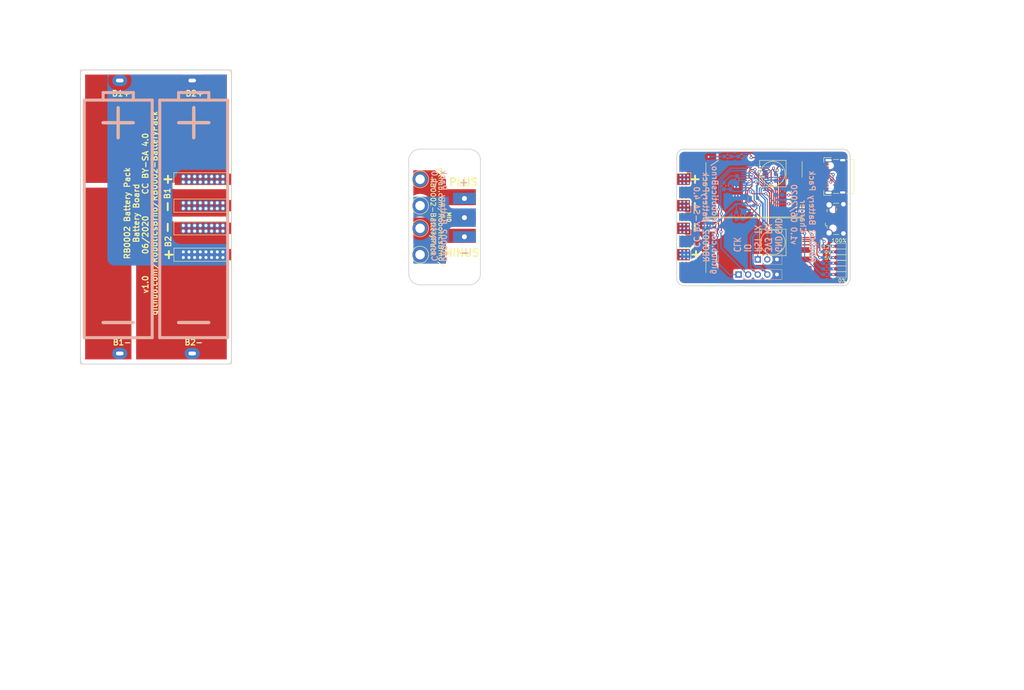
<source format=kicad_pcb>
(kicad_pcb (version 20221018) (generator pcbnew)
  (layers (0 "F.Cu" signal) (31 "B.Cu" signal) (34 "B.Paste" user) (35 "F.Paste" user) (36 "B.SilkS" user "B.Silkscreen") (37 "F.SilkS" user "F.Silkscreen") (38 "B.Mask" user) (39 "F.Mask" user) (44 "Edge.Cuts" user))
  (net 0 "")
  (net 1 "+3V3")
  (net 2 "GND")
  (net 3 "VBUS")
  (net 4 "Net-(D1-Pad2)")
  (net 5 "Net-(D2-Pad2)")
  (net 6 "Net-(D3-Pad2)")
  (net 7 "D+")
  (net 8 "D-")
  (net 9 "RST")
  (net 10 "SWCLK")
  (net 11 "SWDIO")
  (net 12 "RX")
  (net 13 "TX")
  (net 14 "Net-(J14-Pad1)")
  (net 15 "Net-(J16-Pad1)")
  (net 16 "Net-(R5-Pad1)")
  (net 17 "Net-(R6-Pad1)")
  (net 18 "Net-(R7-Pad1)")
  (net 19 "/VBUS_SENSE")
  (net 20 "/OUT+")
  (net 21 "/MID")
  (net 22 "/OUT-")
  (net 23 "/BP_B2+")
  (net 24 "/BP_B2-")
  (net 25 "/BP_B1-")
  (net 26 "/BP_B1+")
  (net 27 "BAT1+")
  (net 28 "Net-(D4-Pad2)")
  (net 29 "Net-(D5-Pad2)")
  (net 30 "Net-(D6-Pad2)")
  (net 31 "BAT2+")
  (net 32 "BAT2_V")
  (net 33 "BAT1_V")
  (net 34 "Net-(R14-Pad1)")
  (net 35 "Net-(R15-Pad1)")
  (net 36 "Net-(R16-Pad1)")
  (footprint "Connector_USB:USB_Micro-B_Wuerth_629105150521_CircularHoles" (layer "F.Cu") (at 230.25 70.5 90)
    (fp_text reference "J1" hide)
    (fp_text value "Mirco USB")
  )
  (footprint "batteryPack:2mm_Banana-Socket" (layer "F.Cu") (at 70 80 -90)
    (fp_text reference "J9" hide)
    (fp_text value "B2+")
  )
  (footprint "batteryPack:2mm_Banana-Socket" (layer "F.Cu") (at 70 60 -90)
    (fp_text reference "J10" hide)
    (fp_text value "B1+")
  )
  (footprint "batteryPack:2mm_Banana-Socket" (layer "F.Cu") (at 70 67 -90)
    (fp_text reference "J11" hide)
    (fp_text value "B1-")
  )
  (footprint "batteryPack:2mm_Banana-Socket" (layer "F.Cu") (at 70 73 -90)
    (fp_text reference "J12" hide)
    (fp_text value "B2-")
  )
  (footprint "batteryPack:USB_C_Female-16Pin-HPJF" (layer "F.Cu") (at 227.25 59.25 90)
    (fp_text reference "P1" hide)
    (fp_text value "USB-C")
  )
  (footprint "batteryPack:TP5100-Module" (layer "F.Cu") (at 208.5 79.25 180)
    (fp_text reference "U4" hide)
    (fp_text value "TP5100-Module")
  )
  (footprint "batteryPack:2mm_Banana-Vertical" (layer "F.Cu") (at 120 67)
    (fp_text reference "J3" hide)
    (fp_text value "B1-")
  )
  (footprint "batteryPack:2mm_Banana-Vertical" (layer "F.Cu") (at 120 80)
    (fp_text reference "J5" hide)
    (fp_text value "B2+")
  )
  (footprint "MountingHole:MountingHole_3.2mm_M3" (layer "F.Cu") (at 129 56)
    (fp_text reference "H1" hide)
    (fp_text value "MountingHole")
  )
  (footprint "MountingHole:MountingHole_3.2mm_M3" (layer "F.Cu") (at 129 84)
    (fp_text reference "H2" hide)
    (fp_text value "MountingHole")
  )
  (footprint "batteryPack:Terminal_1x03_P5.08mm_Horizontal" (layer "F.Cu") (at 131.75 75.25 90)
    (fp_text reference "J6" hide)
    (fp_text value "CableConnector")
  )
  (footprint "batteryPack:2mm_Banana-Vertical" (layer "F.Cu") (at 120 73)
    (fp_text reference "J4" hide)
    (fp_text value "B2-")
  )
  (footprint "batteryPack:2mm_Banana-Vertical" (layer "F.Cu") (at 120 60)
    (fp_text reference "J2" hide)
    (fp_text value "B1+")
  )
  (footprint "batteryPack:TP5100-Module" (layer "F.Cu") (at 208.5 61 180)
    (fp_text reference "U1" hide)
    (fp_text value "TP5100-Module")
  )
  (footprint "LED_SMD:LED_0603_1608Metric_Pad1.05x0.95mm_HandSolder" (layer "F.Cu") (at 231.25 77.75 180)
    (fp_text reference "D3" hide)
    (fp_text value "LED_12V")
  )
  (footprint "batteryPack:2mm_Banana-Plug" (layer "F.Cu") (at 188 67 90)
    (fp_text reference "J14" hide)
    (fp_text value "B1-")
  )
  (footprint "batteryPack:2mm_Banana-Plug" (layer "F.Cu") (at 188 60 90)
    (fp_text reference "J13" hide)
    (fp_text value "B1+")
  )
  (footprint "batteryPack:2mm_Banana-Plug" (layer "F.Cu") (at 188 73 90)
    (fp_text reference "J16" hide)
    (fp_text value "B2-")
  )
  (footprint "batteryPack:2mm_Banana-Plug" (layer "F.Cu") (at 188 80 90)
    (fp_text reference "J15" hide)
    (fp_text value "B2+")
  )
  (footprint "LED_SMD:LED_0603_1608Metric_Pad1.05x0.95mm_HandSolder" (layer "F.Cu") (at 231.25 79.25 180)
    (fp_text reference "D2" hide)
    (fp_text value "LED_9V")
  )
  (footprint "LED_SMD:LED_0603_1608Metric_Pad1.05x0.95mm_HandSolder" (layer "F.Cu") (at 231.25 82.25 180)
    (fp_text reference "D4" hide)
    (fp_text value "LED_40%")
  )
  (footprint "LED_SMD:LED_0603_1608Metric_Pad1.05x0.95mm_HandSolder" (layer "F.Cu") (at 231.25 83.75 180)
    (fp_text reference "D5" hide)
    (fp_text value "LED_20%")
  )
  (footprint "LED_SMD:LED_0603_1608Metric_Pad1.05x0.95mm_HandSolder" (layer "F.Cu") (at 231.25 85.25 180)
    (fp_text reference "D6" hide)
    (fp_text value "LED_0%")
  )
  (footprint "LED_SMD:LED_0603_1608Metric_Pad1.05x0.95mm_HandSolder" (layer "F.Cu") (at 231.25 80.75 180)
    (fp_text reference "D1" hide)
    (fp_text value "LED_5V")
  )
  (footprint "batteryPack:BAT_BK-18650-PC4" (layer "B.Cu") (at 50 70 -90)
    (fp_text reference "BT1" hide)
    (fp_text value "BK-18650-PC4")
  )
  (footprint "Capacitor_SMD:C_0603_1608Metric_Pad1.05x0.95mm_HandSolder" (layer "B.Cu") (at 204 60 90)
    (fp_text reference "C1" hide)
    (fp_text value "470n")
  )
  (footprint "Capacitor_SMD:C_0603_1608Metric_Pad1.05x0.95mm_HandSolder" (layer "B.Cu") (at 205.75 65.75 -90)
    (fp_text reference "C2" hide)
    (fp_text value "470n")
  )
  (footprint "Connector_PinHeader_2.54mm:PinHeader_1x05_P2.54mm_Vertical" (layer "B.Cu") (at 204.42 85.25 -90)
    (fp_text reference "J7" hide)
    (fp_text value "SWD")
  )
  (footprint "Connector_PinHeader_2.54mm:PinHeader_1x03_P2.54mm_Vertical" (layer "B.Cu") (at 209.5 81.25 -90)
    (fp_text reference "J8" hide)
    (fp_text value "UART")
  )
  (footprint "Resistor_SMD:R_0603_1608Metric_Pad1.05x0.95mm_HandSolder" (layer "B.Cu") (at 200.5 61.75 -90)
    (fp_text reference "R1" hide)
    (fp_text value "10k")
  )
  (footprint "Resistor_SMD:R_0603_1608Metric_Pad1.05x0.95mm_HandSolder" (layer "B.Cu") (at 202.25 61.75 90)
    (fp_text reference "R2" hide)
    (fp_text value "2k4")
  )
  (footprint "Resistor_SMD:R_0603_1608Metric_Pad1.05x0.95mm_HandSolder" (layer "B.Cu") (at 214.25 63.25 -90)
    (fp_text reference "R3" hide)
    (fp_text value "10k")
  )
  (footprint "Resistor_SMD:R_0603_1608Metric_Pad1.05x0.95mm_HandSolder" (layer "B.Cu") (at 216 63.25 90)
    (fp_text reference "R4" hide)
    (fp_text value "2k4")
  )
  (footprint "Resistor_SMD:R_0603_1608Metric_Pad1.05x0.95mm_HandSolder" (layer "B.Cu") (at 214.25 59.5 -90)
    (fp_text reference "R8" hide)
    (fp_text value "62k")
  )
  (footprint "Resistor_SMD:R_0603_1608Metric_Pad1.05x0.95mm_HandSolder" (layer "B.Cu") (at 216 59.5 90)
    (fp_text reference "R9" hide)
    (fp_text value "10k")
  )
  (footprint "Resistor_SMD:R_0603_1608Metric_Pad1.05x0.95mm_HandSolder" (layer "B.Cu") (at 227.75 80.75)
    (fp_text reference "R5" hide)
    (fp_text value "1k")
  )
  (footprint "Package_SO:TSSOP-20_4.4x6.5mm_P0.65mm" (layer "B.Cu") (at 208.75 60 180)
    (fp_text reference "U2" hide)
    (fp_text value "STM32F030F4Px")
  )
  (footprint "Resistor_SMD:R_0603_1608Metric_Pad1.05x0.95mm_HandSolder" (layer "B.Cu") (at 227.75 77.75)
    (fp_text reference "R7" hide)
    (fp_text value "1k")
  )
  (footprint "Resistor_SMD:R_0603_1608Metric_Pad1.05x0.95mm_HandSolder" (layer "B.Cu") (at 203.85 69.65 -90)
    (fp_text reference "R10" hide)
    (fp_text value "10k")
  )
  (footprint "Resistor_SMD:R_0603_1608Metric_Pad1.05x0.95mm_HandSolder" (layer "B.Cu") (at 205.55 69.65 90)
    (fp_text reference "R11" hide)
    (fp_text value "20k")
  )
  (footprint "Resistor_SMD:R_0603_1608Metric_Pad1.05x0.95mm_HandSolder" (layer "B.Cu") (at 201.55 53.95)
    (fp_text reference "R12" hide)
    (fp_text value "10k")
  )
  (footprint "Resistor_SMD:R_0603_1608Metric_Pad1.05x0.95mm_HandSolder" (layer "B.Cu") (at 205.25 53.95)
    (fp_text reference "R13" hide)
    (fp_text value "20k")
  )
  (footprint "Resistor_SMD:R_0603_1608Metric_Pad1.05x0.95mm_HandSolder" (layer "B.Cu") (at 227.75 82.25)
    (fp_text reference "R14" hide)
    (fp_text value "1k")
  )
  (footprint "Resistor_SMD:R_0603_1608Metric_Pad1.05x0.95mm_HandSolder" (layer "B.Cu") (at 227.75 83.75)
    (fp_text reference "R15" hide)
    (fp_text value "1k")
  )
  (footprint "Resistor_SMD:R_0603_1608Metric_Pad1.05x0.95mm_HandSolder" (layer "B.Cu") (at 227.75 85.25)
    (fp_text reference "R16" hide)
    (fp_text value "1k")
  )
  (footprint "Package_TO_SOT_SMD:SOT-23" (layer "B.Cu") (at 208.5 66 -90)
    (fp_text reference "U3" hide)
    (fp_text value "XC6206P332MR")
  )
  (footprint "Resistor_SMD:R_0603_1608Metric_Pad1.05x0.95mm_HandSolder" (layer "B.Cu") (at 227.75 79.25)
    (fp_text reference "R6" hide)
    (fp_text value "1k")
  )
  (gr_line (start 69 39) (end 69 102) (stroke (width 0.8)) (layer "B.SilkS"))
  (gr_line (start 56 45) (end 64 45) (stroke (width 0.8)) (layer "B.SilkS"))
  (gr_line (start 64 37) (end 64 39) (stroke (width 0.8)) (layer "B.SilkS"))
  (gr_line (start 60 41) (end 60 49) (stroke (width 0.8)) (layer "B.SilkS"))
  (gr_line (start 56 37) (end 64 37) (stroke (width 0.8)) (layer "B.SilkS"))
  (gr_line (start 56 39) (end 56 37) (stroke (width 0.8)) (layer "B.SilkS"))
  (gr_line (start 51 102) (end 51 39) (stroke (width 0.8)) (layer "B.SilkS"))
  (gr_line (start 69 102) (end 51 102) (stroke (width 0.8)) (layer "B.SilkS"))
  (gr_line (start 51 39) (end 69 39) (stroke (width 0.8)) (layer "B.SilkS"))
  (gr_line (start 56 98) (end 64 98) (stroke (width 0.8)) (layer "B.SilkS"))
  (gr_line (start 36 45) (end 44 45) (stroke (width 0.8)) (layer "B.SilkS"))
  (gr_line (start 40 41) (end 40 49) (stroke (width 0.8)) (layer "B.SilkS"))
  (gr_line (start 31 39) (end 49 39) (stroke (width 0.8)) (layer "B.SilkS"))
  (gr_line (start 36 37) (end 44 37) (stroke (width 0.8)) (layer "B.SilkS"))
  (gr_line (start 31 102) (end 31 39) (stroke (width 0.8)) (layer "B.SilkS"))
  (gr_line (start 49 39) (end 49 102) (stroke (width 0.8)) (layer "B.SilkS"))
  (gr_line (start 49 102) (end 31 102) (stroke (width 0.8)) (layer "B.SilkS"))
  (gr_line (start 36 98) (end 44 98) (stroke (width 0.8)) (layer "B.SilkS"))
  (gr_line (start 44 37) (end 44 39) (stroke (width 0.8)) (layer "B.SilkS"))
  (gr_line (start 36 39) (end 36 37) (stroke (width 0.8)) (layer "B.SilkS"))
  (gr_line (start 35.975 45) (end 43.975 45) (stroke (width 0.8)) (layer "F.SilkS"))
  (gr_line (start 39.975 49) (end 39.975 41) (stroke (width 0.8)) (layer "F.SilkS"))
  (gr_line (start 60.025 48.975) (end 60.025 40.975) (stroke (width 0.8)) (layer "F.SilkS"))
  (gr_line (start 56.025 44.975) (end 64.025 44.975) (stroke (width 0.8)) (layer "F.SilkS"))
  (gr_line (start 55.975 98) (end 63.975 98) (stroke (width 0.8)) (layer "F.SilkS"))
  (gr_line (start 36 98) (end 44 98) (stroke (width 0.8)) (layer "F.SilkS"))
  (gr_line (start 234 54) (end 234 86.25) (stroke (width 0.2)) (layer "Edge.Cuts"))
  (gr_line (start 136 55) (end 136 85) (stroke (width 0.2)) (layer "Edge.Cuts"))
  (gr_line (start 117 85) (end 117 55) (stroke (width 0.2)) (layer "Edge.Cuts"))
  (gr_line (start 120 52) (end 133 52) (stroke (width 0.2)) (layer "Edge.Cuts"))
  (gr_line (start 133 88) (end 120 88) (stroke (width 0.2)) (layer "Edge.Cuts"))
  (gr_arc (start 136 85) (mid 135.12132 87.12132) (end 133 88) (stroke (width 0.2)) (layer "Edge.Cuts"))
  (gr_arc (start 120 88) (mid 117.87868 87.12132) (end 117 85) (stroke (width 0.2)) (layer "Edge.Cuts"))
  (gr_arc (start 117 55) (mid 117.87868 52.87868) (end 120 52) (stroke (width 0.2)) (layer "Edge.Cuts"))
  (gr_arc (start 31 109) (mid 30.292893 108.707107) (end 30 108) (stroke (width 0.2)) (layer "Edge.Cuts"))
  (gr_arc (start 30 32) (mid 30.292893 31.292893) (end 31 31) (stroke (width 0.2)) (layer "Edge.Cuts"))
  (gr_arc (start 69 31) (mid 69.707107 31.292893) (end 70 32) (stroke (width 0.2)) (layer "Edge.Cuts"))
  (gr_arc (start 232 52) (mid 233.414214 52.585786) (end 234 54) (stroke (width 0.2)) (layer "Edge.Cuts"))
  (gr_arc (start 188 54) (mid 188.585786 52.585786) (end 190 52) (stroke (width 0.2)) (layer "Edge.Cuts"))
  (gr_arc (start 190 88.25) (mid 188.585786 87.664214) (end 188 86.25) (stroke (width 0.2)) (layer "Edge.Cuts"))
  (gr_arc (start 234 86.25) (mid 233.414214 87.664214) (end 232 88.25) (stroke (width 0.2)) (layer "Edge.Cuts"))
  (gr_line (start 69 31) (end 31 31) (stroke (width 0.2)) (layer "Edge.Cuts"))
  (gr_line (start 31 109) (end 69 109) (stroke (width 0.2)) (layer "Edge.Cuts"))
  (gr_arc (start 70 108) (mid 69.707107 108.707107) (end 69 109) (stroke (width 0.2)) (layer "Edge.Cuts"))
  (gr_line (start 190 52) (end 232 52) (stroke (width 0.2)) (layer "Edge.Cuts"))
  (gr_arc (start 133 52) (mid 135.12132 52.87868) (end 136 55) (stroke (width 0.2)) (layer "Edge.Cuts"))
  (gr_line (start 232 88.25) (end 190 88.25) (stroke (width 0.2)) (layer "Edge.Cuts"))
  (gr_line (start 70 32) (end 70 108) (stroke (width 0.2)) (layer "Edge.Cuts"))
  (gr_line (start 188 86.25) (end 188 54) (stroke (width 0.2)) (layer "Edge.Cuts"))
  (gr_line (start 30 32) (end 30 108) (stroke (width 0.2)) (layer "Edge.Cuts"))
  (gr_text "GND\nRX\nTX" (at 212.25 74.75 270) (layer "B.SilkS") (effects (font (size 1.7 1.4) (thickness 0.3)) (justify left mirror)))
  (gr_text "github.com/RoboticsBrno/\nRB0002-BatteryPack\nCC BY-SA 4.0" (at 195.709 70.037 270) (layer "B.SilkS") (effects (font (size 1.5 1.5) (thickness 0.3)) (justify mirror)))
  (gr_text "RB0002 Battery Pack\nConnector       v1.0" (at 125 69.75 270) (layer "B.SilkS") (effects (font (size 1.5 1.5) (thickness 0.3)) (justify mirror)))
  (gr_text "RB0002 Battery Pack\nCharger\n v1.0 06/2020" (at 221.49 69.91 270) (layer "B.SilkS") (effects (font (size 1.5 1.5) (thickness 0.3)) (justify mirror)))
  (gr_text "+" (at 131.574 60.766) (layer "B.SilkS") (effects (font (size 2 2) (thickness 0.4)) (justify mirror)))
  (gr_text "-" (at 131.955 79.435) (layer "B.SilkS") (effects (font (size 2 2) (thickness 0.4)) (justify mirror)))
  (gr_text "GND\n3V3\nRST\nIO\nCLK" (at 209.5 79.5 270) (layer "B.SilkS") (effects (font (size 1.7 1.4) (thickness 0.3)) (justify left mirror)))
  (gr_text "MINUS" (at 131 79.5) (layer "F.SilkS") (effects (font (size 2 2) (thickness 0.4))))
  (gr_text "+" (at 53 60 90) (layer "F.SilkS") (effects (font (size 2.5 2.5) (thickness 0.5))))
  (gr_text "_" (at 51.75 67.25 90) (layer "F.SilkS") (effects (font (size 2.5 2.5) (thickness 0.5))))
  (gr_text "_" (at 51.75 72.75 90) (layer "F.SilkS") (effects (font (size 2.5 2.5) (thickness 0.5))))
  (gr_text "+" (at 53.25 80 90) (layer "F.SilkS") (effects (font (size 2.5 2.5) (thickness 0.5))))
  (gr_text "B2" (at 53.25 76.5 90) (layer "F.SilkS") (effects (font (size 1.5 1.5) (thickness 0.3))))
  (gr_text "B1" (at 53 63.75 90) (layer "F.SilkS") (effects (font (size 1.5 1.5) (thickness 0.3))))
  (gr_text "B2+" (at 60.25 37.25) (layer "F.SilkS") (effects (font (size 1.5 1.5) (thickness 0.3))))
  (gr_text "B2-" (at 60 103.25) (layer "F.SilkS") (effects (font (size 1.5 1.5) (thickness 0.3))))
  (gr_text "B1-" (at 41 103.25) (layer "F.SilkS") (effects (font (size 1.5 1.5) (thickness 0.3))))
  (gr_text "github.com/RoboticsBrno/\nRB0002-BatteryPack" (at 124.5 70 270) (layer "F.SilkS") (effects (font (size 1.3 1.3) (thickness 0.2))))
  (gr_text "0%" (at 231.85 86.85) (layer "F.SilkS") (effects (font (size 1 1))))
  (gr_text "_" (at 191.45 67.25 90) (layer "F.SilkS") (effects (font (size 2.5 2.5) (thickness 0.5))))
  (gr_text "+" (at 192.7 60 90) (layer "F.SilkS") (effects (font (size 2.5 2.5) (thickness 0.5))))
  (gr_text "_" (at 191.45 72.75 90) (layer "F.SilkS") (effects (font (size 2.5 2.5) (thickness 0.5))))
  (gr_text "+" (at 192.95 80 90) (layer "F.SilkS") (effects (font (size 2.5 2.5) (thickness 0.5))))
  (gr_text "MID" (at 127.637 70.037 270) (layer "F.SilkS") (effects (font (size 1 1) (thickness 0.25))))
  (gr_text "B1+" (at 40.75 37.25) (layer "F.SilkS") (effects (font (size 1.5 1.5) (thickness 0.3))))
  (gr_text "12V\n9V\n5V\n" (at 228.05 79.45) (layer "F.SilkS") (effects (font (size 0.9 1))))
  (gr_text "PLUS" (at 131.5 60.75) (layer "F.SilkS") (effects (font (size 2 2) (thickness 0.4))))
  (gr_text "100%" (at 231.05 76.25) (layer "F.SilkS") (effects (font (size 1 1))))
  (gr_text "RB0002 Battery Pack\nBattery Board\nv1.0     06/2020     CC BY-SA 4.0\ngithub.com/RoboticsBrno/RB0002-BatteryPack" (at 46 69 90) (layer "F.SilkS") (effects (font (size 1.5 1.5) (thickness 0.3))))
  (segment (start 209.849507 60.298049) (end 209.301458 59.75) (width 0.5) (layer "B.Cu") (net 1))
  (segment (start 212 85) (end 210.25 83.25) (width 0.5) (layer "B.Cu") (net 1))
  (segment (start 216.5 59.5) (end 216.82501 59.82501) (width 0.3) (layer "B.Cu") (net 1))
  (segment (start 211.6125 59.675) (end 212.45 59.675) (width 0.3) (layer "B.Cu") (net 1))
  (segment (start 207.947625 59.861805) (end 209.138195 59.861805) (width 0.25) (layer "B.Cu") (net 1))
  (segment (start 209.301458 59.75) (end 209.25 59.75) (width 0.5) (layer "B.Cu") (net 1))
  (segment (start 204.55 59.675) (end 205.8875 59.675) (width 0.3) (layer "B.Cu") (net 1))
  (segment (start 212.45 59.675) (end 212.625 59.5) (width 0.3) (layer "B.Cu") (net 1))
  (segment (start 209.290589 59.709411) (end 210.562355 59.709411) (width 0.25) (layer "B.Cu") (net 1))
  (segment (start 210.850012 66.450012) (end 209.45 65.05) (width 0.5) (layer "B.Cu") (net 1))
  (segment (start 209.249979 61.685047) (end 209.849507 61.085519) (width 0.5) (layer "B.Cu") (net 1))
  (segment (start 216.82501 59.82501) (end 216.82501 60.92499) (width 0.3) (layer "B.Cu") (net 1))
  (segment (start 200.5 60.875) (end 202.25 59.125) (width 0.3) (layer "B.Cu") (net 1))
  (segment (start 212.625 59.5) (end 216.5 59.5) (width 0.3) (layer "B.Cu") (net 1))
  (segment (start 216.49999 61.25001) (end 215.37499 61.25001) (width 0.3) (layer "B.Cu") (net 1))
  (segment (start 214.749072 61.875928) (end 214.25 62.375) (width 0.3) (layer "B.Cu") (net 1))
  (segment (start 212 85.25) (end 212 85) (width 0.5) (layer "B.Cu") (net 1))
  (segment (start 202.25 59.125) (end 204 59.125) (width 0.3) (layer "B.Cu") (net 1))
  (segment (start 204 59.125) (end 204.55 59.675) (width 0.3) (layer "B.Cu") (net 1))
  (segment (start 215.37499 61.25001) (end 214.749072 61.875928) (width 0.3) (layer "B.Cu") (net 1))
  (segment (start 209.249979 64.799979) (end 209.249979 61.685047) (width 0.5) (layer "B.Cu") (net 1))
  (segment (start 209.138195 59.861805) (end 209.25 59.75) (width 0.25) (layer "B.Cu") (net 1))
  (segment (start 207.76082 59.675) (end 207.947625 59.861805) (width 0.25) (layer "B.Cu") (net 1))
  (segment (start 210.562355 59.709411) (end 211.675 59.675) (width 0.25) (layer "B.Cu") (net 1))
  (segment (start 209.849507 61.085519) (end 209.849507 60.298049) (width 0.5) (layer "B.Cu") (net 1))
  (segment (start 208.199999 82.460001) (end 208.199999 75.250001) (width 0.5) (layer "B.Cu") (net 1))
  (segment (start 210.25 83.25) (end 208.989998 83.25) (width 0.5) (layer "B.Cu") (net 1))
  (segment (start 208.199999 75.250001) (end 210.850012 72.599988) (width 0.5) (layer "B.Cu") (net 1))
  (segment (start 209.25 59.75) (end 209.290589 59.709411) (width 0.25) (layer "B.Cu") (net 1))
  (segment (start 209.45 65.05) (end 209.45 65) (width 0.5) (layer "B.Cu") (net 1))
  (segment (start 205.8875 59.675) (end 207.76082 59.675) (width 0.25) (layer "B.Cu") (net 1))
  (segment (start 216.82501 60.92499) (end 216.49999 61.25001) (width 0.3) (layer "B.Cu") (net 1))
  (segment (start 209.45 65) (end 209.249979 64.799979) (width 0.5) (layer "B.Cu") (net 1))
  (segment (start 208.989998 83.25) (end 208.199999 82.460001) (width 0.5) (layer "B.Cu") (net 1))
  (segment (start 210.850012 72.599988) (end 210.850012 66.450012) (width 0.5) (layer "B.Cu") (net 1))
  (segment (start 228.35 66.825) (end 228.4 66.775) (width 0.25) (layer "F.Cu") (net 2))
  (segment (start 227.25 62.6) (end 227.25 62.3) (width 0.25) (layer "F.Cu") (net 2))
  (segment (start 227.25 56.2) (end 227.25 55.9) (width 0.25) (layer "F.Cu") (net 2))
  (segment (start 228.35 69.2) (end 228.35 66.825) (width 0.25) (layer "F.Cu") (net 2))
  (via (at 219.75 67.5) (size 0.8) (drill 0.4) (layers "F.Cu" "B.Cu") (net 2))
  (via (at 219.75 68.5) (size 0.8) (drill 0.4) (layers "F.Cu" "B.Cu") (net 2))
  (via (at 220.75 67.5) (size 0.8) (drill 0.4) (layers "F.Cu" "B.Cu") (net 2))
  (via (at 220.75 68.5) (size 0.8) (drill 0.4) (layers "F.Cu" "B.Cu") (net 2))
  (via (at 221.75 67.5) (size 0.8) (drill 0.4) (layers "F.Cu" "B.Cu") (net 2))
  (via (at 204.65 64.35) (size 0.8) (drill 0.4) (layers "F.Cu" "B.Cu") (net 2))
  (via (at 210.15 56.65) (size 0.8) (drill 0.4) (layers "F.Cu" "B.Cu") (net 2))
  (via (at 221.75 68.5) (size 0.8) (drill 0.4) (layers "F.Cu" "B.Cu") (net 2))
  (via (at 203.85 64.35) (size 0.8) (drill 0.4) (layers "F.Cu" "B.Cu") (net 2))
  (via (at 203.37497 62) (size 0.8) (drill 0.4) (layers "F.Cu" "B.Cu") (net 2))
  (via (at 208.45 69.85) (size 0.8) (drill 0.4) (layers "F.Cu" "B.Cu") (net 2))
  (via (at 206.65 68.55) (size 0.8) (drill 0.4) (layers "F.Cu" "B.Cu") (net 2))
  (via (at 216.050004 57.45) (size 0.8) (drill 0.4) (layers "F.Cu" "B.Cu") (net 2))
  (via (at 204.25 62.05) (size 0.8) (drill 0.4) (layers "F.Cu" "B.Cu") (net 2))
  (via (at 203.05 64.35) (size 0.8) (drill 0.4) (layers "F.Cu" "B.Cu") (net 2))
  (segment (start 204 61.4) (end 203.4 62) (width 0.3) (layer "B.Cu") (net 2))
  (segment (start 216 57.500004) (end 216.050004 57.45) (width 0.3) (layer "B.Cu") (net 2))
  (segment (start 218 62.25) (end 217.875 62.375) (width 0.25) (layer "B.Cu") (net 2))
  (segment (start 204.55 60.325) (end 204 60.875) (width 0.3) (layer "B.Cu") (net 2))
  (segment (start 205.55 68.775) (end 206.425 68.775) (width 0.3) (layer "B.Cu") (net 2))
  (segment (start 210.575 57.075) (end 210.15 56.65) (width 0.3) (layer "B.Cu") (net 2))
  (segment (start 218 60.15) (end 218 62.25) (width 0.25) (layer "B.Cu") (net 2))
  (segment (start 206.425 68.775) (end 206.65 68.55) (width 0.3) (layer "B.Cu") (net 2))
  (segment (start 206.625 64.25) (end 206.625 65.125) (width 0.5) (layer "B.Cu") (net 2))
  (segment (start 217.875 62.375) (end 216 62.375) (width 0.25) (layer "B.Cu") (net 2))
  (segment (start 206.625 65.725) (end 207 66.1) (width 0.5) (layer "B.Cu") (net 2))
  (segment (start 206.625 65.125) (end 206.625 65.725) (width 0.5) (layer "B.Cu") (net 2))
  (segment (start 205.8875 60.325) (end 204.55 60.325) (width 0.3) (layer "B.Cu") (net 2))
  (segment (start 216 58.625) (end 216 57.500004) (width 0.3) (layer "B.Cu") (net 2))
  (segment (start 216.475 58.625) (end 218 60.15) (width 0.25) (layer "B.Cu") (net 2))
  (segment (start 211.6125 57.075) (end 210.575 57.075) (width 0.3) (layer "B.Cu") (net 2))
  (segment (start 217.71728 62.375) (end 218.09228 62) (width 0.3) (layer "B.Cu") (net 2))
  (segment (start 216 58.625) (end 216.475 58.625) (width 0.25) (layer "B.Cu") (net 2))
  (segment (start 216 62.375) (end 217.71728 62.375) (width 0.3) (layer "B.Cu") (net 2))
  (segment (start 203.4 62) (end 203.37497 62) (width 0.3) (layer "B.Cu") (net 2))
  (segment (start 204 60.875) (end 204 61.4) (width 0.3) (layer "B.Cu") (net 2))
  (segment (start 202.25 60.875) (end 204 60.875) (width 0.3) (layer "B.Cu") (net 2))
  (segment (start 216.100011 59.767991) (end 216.100011 68.850011) (width 2) (layer "F.Cu") (net 3))
  (segment (start 220.361283 72.25) (end 219.5 72.25) (width 2) (layer "F.Cu") (net 3))
  (segment (start 219.5 56.368002) (end 216.100011 59.767991) (width 2) (layer "F.Cu") (net 3))
  (segment (start 219.5 54) (end 219.5 56.368002) (width 2) (layer "F.Cu") (net 3))
  (segment (start 216.100011 68.850011) (end 219.5 72.25) (width 2) (layer "F.Cu") (net 3))
  (segment (start 219.5 54) (end 217.647514 54) (width 0.3) (layer "F.Cu") (net 3))
  (segment (start 214.629659 57.017855) (end 214.629659 57.58354) (width 0.3) (layer "F.Cu") (net 3))
  (segment (start 217.647514 54) (end 214.629659 57.017855) (width 0.3) (layer "F.Cu") (net 3))
  (via (at 214.629659 57.58354) (size 0.8) (drill 0.4) (layers "F.Cu" "B.Cu") (net 3))
  (segment (start 214.25 57.963199) (end 214.629659 57.58354) (width 0.3) (layer "B.Cu") (net 3))
  (segment (start 214.25 58.625) (end 214.25 57.963199) (width 0.3) (layer "B.Cu") (net 3))
  (segment (start 229.5 80.75) (end 230.5 80.75) (width 0.25) (layer "F.Cu") (net 4))
  (via (at 229.5 80.75) (size 0.8) (drill 0.4) (layers "F.Cu" "B.Cu") (net 4))
  (segment (start 228.625 80.75) (end 229.5 80.75) (width 0.25) (layer "B.Cu") (net 4))
  (segment (start 230.375 79.25) (end 229.5 79.25) (width 0.25) (layer "F.Cu") (net 5))
  (via (at 229.5 79.25) (size 0.8) (drill 0.4) (layers "F.Cu" "B.Cu") (net 5))
  (segment (start 229.5 79.25) (end 228.5 79.25) (width 0.25) (layer "B.Cu") (net 5))
  (segment (start 230.25 77.75) (end 230.5 77.75) (width 0.25) (layer "F.Cu") (net 6))
  (segment (start 229.5 77.75) (end 230.25 77.75) (width 0.25) (layer "F.Cu") (net 6))
  (via (at 229.5 77.75) (size 0.8) (drill 0.4) (layers "F.Cu" "B.Cu") (net 6))
  (segment (start 228.625 77.75) (end 229.5 77.75) (width 0.25) (layer "B.Cu") (net 6))
  (segment (start 228.844212 60.73315) (end 228.844212 60.155788) (width 0.25) (layer "F.Cu") (net 7))
  (segment (start 224.5 64.914998) (end 223.777679 64.192677) (width 0.25) (layer "F.Cu") (net 7))
  (segment (start 223.777679 64.192677) (end 218.265706 64.192677) (width 0.25) (layer "F.Cu") (net 7))
  (segment (start 227.25 58.5) (end 229.25 58.5) (width 0.25) (layer "F.Cu") (net 7))
  (segment (start 229 60) (end 228.485003 59.5) (width 0.25) (layer "F.Cu") (net 7))
  (segment (start 229.25 58.5) (end 229.5 58.75) (width 0.25) (layer "F.Cu") (net 7))
  (segment (start 230.175001 61.189998) (end 229 60) (width 0.25) (layer "F.Cu") (net 7))
  (segment (start 218.265706 64.192677) (end 217.700021 64.192677) (width 0.25) (layer "F.Cu") (net 7))
  (segment (start 229.25 70.5) (end 230.175001 69.574999) (width 0.25) (layer "F.Cu") (net 7))
  (segment (start 228.844212 60.155788) (end 229 60) (width 0.25) (layer "F.Cu") (net 7))
  (segment (start 228.485003 59.5) (end 227.25 59.5) (width 0.25) (layer "F.Cu") (net 7))
  (segment (start 228.35 70.5) (end 229.25 70.5) (width 0.25) (layer "F.Cu") (net 7))
  (segment (start 227.45 70.5) (end 224.5 67.55) (width 0.25) (layer "F.Cu") (net 7))
  (segment (start 230.175001 69.574999) (end 230.175001 61.189998) (width 0.25) (layer "F.Cu") (net 7))
  (segment (start 228.35 70.5) (end 227.45 70.5) (width 0.25) (layer "F.Cu") (net 7))
  (segment (start 224.5 67.55) (end 224.5 64.914998) (width 0.25) (layer "F.Cu") (net 7))
  (via (at 217.700021 64.192677) (size 0.8) (drill 0.4) (layers "F.Cu" "B.Cu") (net 7))
  (via (at 229.5 58.75) (size 0.8) (drill 0.4) (layers "F.Cu" "B.Cu") (net 7))
  (via (at 228.844212 60.73315) (size 0.8) (drill 0.4) (layers "F.Cu" "B.Cu") (net 7))
  (segment (start 214.25 64.125) (end 216 64.125) (width 0.3) (layer "B.Cu") (net 7))
  (segment (start 217.632344 64.125) (end 217.700021 64.192677) (width 0.25) (layer "B.Cu") (net 7))
  (segment (start 211.6125 62.925) (end 213.05 62.925) (width 0.3) (layer "B.Cu") (net 7))
  (segment (start 216 64.125) (end 217.632344 64.125) (width 0.25) (layer "B.Cu") (net 7))
  (segment (start 213.05 62.925) (end 213.750928 63.625928) (width 0.3) (layer "B.Cu") (net 7))
  (segment (start 229.5 58.75) (end 229.5 60.077362) (width 0.25) (layer "B.Cu") (net 7))
  (segment (start 229.5 60.077362) (end 228.844212 60.73315) (width 0.25) (layer "B.Cu") (net 7))
  (segment (start 213.750928 63.625928) (end 214.25 64.125) (width 0.3) (layer "B.Cu") (net 7))
  (segment (start 208.051124 63.821818) (end 207.558248 63.328942) (width 0.25) (layer "F.Cu") (net 8))
  (segment (start 227.25 59) (end 228.636411 59) (width 0.25) (layer "F.Cu") (net 8))
  (segment (start 227.45 71.15) (end 224.04999 67.74999) (width 0.25) (layer "F.Cu") (net 8))
  (segment (start 224.04999 66.92499) (end 223.70001 66.57501) (width 0.25) (layer "F.Cu") (net 8))
  (segment (start 224.04999 67.74999) (end 224.04999 66.92499) (width 0.25) (layer "F.Cu") (net 8))
  (segment (start 225.924999 59.075001) (end 225.924999 59.924999) (width 0.25) (layer "F.Cu") (net 8))
  (segment (start 229.25 71.15) (end 228.35 71.15) (width 0.25) (layer "F.Cu") (net 8))
  (segment (start 226 59) (end 225.924999 59.075001) (width 0.25) (layer "F.Cu") (net 8))
  (segment (start 223.70001 66.57501) (end 217.78519 66.57501) (width 0.25) (layer "F.Cu") (net 8))
  (segment (start 226 60) (end 227.25 60) (width 0.25) (layer "F.Cu") (net 8))
  (segment (start 230.625012 60.988601) (end 230.625012 69.774988) (width 0.25) (layer "F.Cu") (net 8))
  (segment (start 228.35 71.15) (end 227.45 71.15) (width 0.25) (layer "F.Cu") (net 8))
  (segment (start 230.625012 69.774988) (end 229.25 71.15) (width 0.25) (layer "F.Cu") (net 8))
  (segment (start 228.636411 59) (end 230.625012 60.988601) (width 0.25) (layer "F.Cu") (net 8))
  (segment (start 211.64926 63.821818) (end 208.051124 63.821818) (width 0.25) (layer "F.Cu") (net 8))
  (segment (start 227.25 59) (end 226 59) (width 0.25) (layer "F.Cu") (net 8))
  (segment (start 217.78519 66.57501) (end 217.700021 66.489841) (width 0.25) (layer "F.Cu") (net 8))
  (segment (start 225.924999 59.924999) (end 226 60) (width 0.25) (layer "F.Cu") (net 8))
  (via (at 207.558248 63.328942) (size 0.8) (drill 0.4) (layers "F.Cu" "B.Cu") (net 8))
  (via (at 217.700021 66.489841) (size 0.8) (drill 0.4) (layers "F.Cu" "B.Cu") (net 8))
  (via (at 211.64926 63.821818) (size 0.8) (drill 0.4) (layers "F.Cu" "B.Cu") (net 8))
  (segment (start 207.154306 62.925) (end 207.558248 63.328942) (width 0.25) (layer "B.Cu") (net 8))
  (segment (start 217.700021 66.489841) (end 214.317283 66.489841) (width 0.25) (layer "B.Cu") (net 8))
  (segment (start 205.8875 62.925) (end 205.61679 63.19571) (width 0.3) (layer "B.Cu") (net 8))
  (segment (start 200.5 62.625) (end 202.25 62.625) (width 0.3) (layer "B.Cu") (net 8))
  (segment (start 212.049259 64.221817) (end 211.64926 63.821818) (width 0.25) (layer "B.Cu") (net 8))
  (segment (start 205.61679 63.19571) (end 202.82071 63.19571) (width 0.3) (layer "B.Cu") (net 8))
  (segment (start 202.82071 63.19571) (end 202.749072 63.124072) (width 0.3) (layer "B.Cu") (net 8))
  (segment (start 205.8875 62.925) (end 207.154306 62.925) (width 0.25) (layer "B.Cu") (net 8))
  (segment (start 202.749072 63.124072) (end 202.25 62.625) (width 0.3) (layer "B.Cu") (net 8))
  (segment (start 214.317283 66.489841) (end 212.049259 64.221817) (width 0.25) (layer "B.Cu") (net 8))
  (segment (start 210.00001 66.848674) (end 209.148674 66.848674) (width 0.3) (layer "F.Cu") (net 9))
  (segment (start 207.971855 61.805331) (end 207.971855 60.269192) (width 0.3) (layer "F.Cu") (net 9))
  (segment (start 206.808246 62.96894) (end 207.971855 61.805331) (width 0.3) (layer "F.Cu") (net 9))
  (segment (start 207.203999 59.501336) (end 207.203999 57.896001) (width 0.3) (layer "F.Cu") (net 9))
  (segment (start 207.203999 57.896001) (end 207.659393 57.440607) (width 0.3) (layer "F.Cu") (net 9))
  (segment (start 206.808246 64.508246) (end 206.808246 62.96894) (width 0.3) (layer "F.Cu") (net 9))
  (segment (start 209.148674 66.848674) (end 206.808246 64.508246) (width 0.3) (layer "F.Cu") (net 9))
  (segment (start 207.659393 57.440607) (end 208.755807 57.440607) (width 0.3) (layer "F.Cu") (net 9))
  (segment (start 207.971855 60.269192) (end 207.203999 59.501336) (width 0.3) (layer "F.Cu") (net 9))
  (via (at 208.755807 57.440607) (size 0.8) (drill 0.4) (layers "F.Cu" "B.Cu") (net 9))
  (via (at 210.00001 66.848674) (size 0.8) (drill 0.4) (layers "F.Cu" "B.Cu") (net 9))
  (segment (start 208.755807 58.021492) (end 208.755807 58.006292) (width 0.3) (layer "B.Cu") (net 9))
  (segment (start 209.5 85.25) (end 207.599988 83.349988) (width 0.3) (layer "B.Cu") (net 9))
  (segment (start 211.75 59.05) (end 209.784315 59.05) (width 0.3) (layer "B.Cu") (net 9))
  (segment (start 210.00001 72.49999) (end 210.00001 67.414359) (width 0.3) (layer "B.Cu") (net 9))
  (segment (start 208.755807 58.006292) (end 208.755807 57.440607) (width 0.3) (layer "B.Cu") (net 9))
  (segment (start 210.00001 67.414359) (end 210.00001 66.848674) (width 0.3) (layer "B.Cu") (net 9))
  (segment (start 207.599988 83.349988) (end 207.599988 74.900012) (width 0.3) (layer "B.Cu") (net 9))
  (segment (start 207.599988 74.900012) (end 210.00001 72.49999) (width 0.3) (layer "B.Cu") (net 9))
  (segment (start 209.784315 59.05) (end 208.755807 58.021492) (width 0.3) (layer "B.Cu") (net 9))
  (segment (start 199.100002 73.389994) (end 198.85 73.639996) (width 0.3) (layer "F.Cu") (net 10))
  (segment (start 198.85 74.284315) (end 198.85 74.85) (width 0.3) (layer "F.Cu") (net 10))
  (segment (start 199.100002 67.95) (end 199.100002 73.389994) (width 0.3) (layer "F.Cu") (net 10))
  (segment (start 198.85 73.639996) (end 198.85 74.284315) (width 0.3) (layer "F.Cu") (net 10))
  (via (at 199.100002 67.95) (size 0.8) (drill 0.4) (layers "F.Cu" "B.Cu") (net 10))
  (via (at 198.85 74.85) (size 0.8) (drill 0.4) (layers "F.Cu" "B.Cu") (net 10))
  (segment (start 205.05 57.075) (end 205.8875 57.075) (width 0.3) (layer "B.Cu") (net 10))
  (segment (start 198.85 82.08) (end 198.85 75.415685) (width 0.3) (layer "B.Cu") (net 10))
  (segment (start 204.25 85.25) (end 202.02 85.25) (width 0.3) (layer "B.Cu") (net 10))
  (segment (start 199.174979 67.309338) (end 199.174979 60.137033) (width 0.3) (layer "B.Cu") (net 10))
  (segment (start 202.02 85.25) (end 198.85 82.08) (width 0.3) (layer "B.Cu") (net 10))
  (segment (start 199.100002 67.95) (end 199.100002 67.384315) (width 0.3) (layer "B.Cu") (net 10))
  (segment (start 198.85 75.415685) (end 198.85 74.85) (width 0.3) (layer "B.Cu") (net 10))
  (segment (start 202.237012 57.075) (end 205.05 57.075) (width 0.3) (layer "B.Cu") (net 10))
  (segment (start 199.100002 67.384315) (end 199.174979 67.309338) (width 0.3) (layer "B.Cu") (net 10))
  (segment (start 199.174979 60.137033) (end 202.237012 57.075) (width 0.3) (layer "B.Cu") (net 10))
  (segment (start 199.850012 73.849994) (end 199.750006 73.95) (width 0.3) (layer "F.Cu") (net 11))
  (segment (start 199.850012 69.15) (end 199.850012 73.849994) (width 0.3) (layer "F.Cu") (net 11))
  (via (at 199.850012 69.15) (size 0.8) (drill 0.4) (layers "F.Cu" "B.Cu") (net 11))
  (via (at 199.750006 73.95) (size 0.8) (drill 0.4) (layers "F.Cu" "B.Cu") (net 11))
  (segment (start 199.750006 78.249994) (end 199.750006 74.515685) (width 0.3) (layer "B.Cu") (net 11))
  (segment (start 199.750006 78.25) (end 199.750006 78.295004) (width 0.25) (layer "B.Cu") (net 11))
  (segment (start 199.67499 67.414986) (end 199.850012 67.590008) (width 0.3) (layer "B.Cu") (net 11))
  (segment (start 199.67499 60.344144) (end 199.67499 67.414986) (width 0.3) (layer "B.Cu") (net 11))
  (segment (start 202.294134 57.725) (end 199.67499 60.344144) (width 0.3) (layer "B.Cu") (net 11))
  (segment (start 199.850012 67.590008) (end 199.850012 68.584315) (width 0.3) (layer "B.Cu") (net 11))
  (segment (start 205.8875 57.725) (end 202.294134 57.725) (width 0.3) (layer "B.Cu") (net 11))
  (segment (start 199.75 78.25) (end 199.750006 78.249994) (width 0.3) (layer "B.Cu") (net 11))
  (segment (start 199.850012 68.584315) (end 199.850012 69.15) (width 0.3) (layer "B.Cu") (net 11))
  (segment (start 199.750006 74.515685) (end 199.750006 73.95) (width 0.3) (layer "B.Cu") (net 11))
  (segment (start 199.750006 78.295004) (end 206.705002 85.25) (width 0.3) (layer "B.Cu") (net 11))
  (segment (start 212.04 81.25) (end 212.04 65.32256) (width 0.25) (layer "B.Cu") (net 12))
  (segment (start 212.04 65.32256) (end 210.45 63.73256) (width 0.3) (layer "B.Cu") (net 12))
  (segment (start 210.45 63.73256) (end 210.45 62.65) (width 0.3) (layer "B.Cu") (net 12))
  (segment (start 210.45 62.65) (end 210.825 62.275) (width 0.3) (layer "B.Cu") (net 12))
  (segment (start 210.825 62.275) (end 211.6125 62.275) (width 0.3) (layer "B.Cu") (net 12))
  (segment (start 209.94999 62.442888) (end 210.767878 61.625) (width 0.3) (layer "B.Cu") (net 13))
  (segment (start 209.5 74.798543) (end 211.450023 72.84852) (width 0.3) (layer "B.Cu") (net 13))
  (segment (start 211.450023 65.439705) (end 209.949989 63.939671) (width 0.3) (layer "B.Cu") (net 13))
  (segment (start 211.450023 72.84852) (end 211.450023 65.439705) (width 0.3) (layer "B.Cu") (net 13))
  (segment (start 210.875 61.625) (end 211.6125 61.625) (width 0.3) (layer "B.Cu") (net 13))
  (segment (start 209.949989 63.939671) (end 209.94999 62.442888) (width 0.3) (layer "B.Cu") (net 13))
  (segment (start 210.767878 61.625) (end 210.875 61.625) (width 0.3) (layer "B.Cu") (net 13))
  (segment (start 209.5 81.25) (end 209.5 74.798543) (width 0.25) (layer "B.Cu") (net 13))
  (segment (start 189.75 67) (end 189.75 67) (width 2) (layer "F.Cu") (net 14))
  (segment (start 192.75 68) (end 191 68) (width 2) (layer "F.Cu") (net 14))
  (segment (start 197.5 68) (end 192.75 68) (width 2) (layer "F.Cu") (net 14))
  (segment (start 190 67) (end 189.75 67) (width 2) (layer "F.Cu") (net 14))
  (segment (start 191 68) (end 190 67) (width 2) (layer "F.Cu") (net 14))
  (via (at 189 67) (size 0.8) (drill 0.4) (layers "F.Cu" "B.Cu") (net 14))
  (via (at 189 68) (size 0.8) (drill 0.4) (layers "F.Cu" "B.Cu") (net 14))
  (via (at 189 66) (size 0.8) (drill 0.4) (layers "F.Cu" "B.Cu") (net 14))
  (via (at 191 68) (size 0.8) (drill 0.4) (layers "F.Cu" "B.Cu") (net 14))
  (via (at 191 67) (size 0.8) (drill 0.4) (layers "F.Cu" "B.Cu") (net 14))
  (via (at 191 66) (size 0.8) (drill 0.4) (layers "F.Cu" "B.Cu") (net 14))
  (via (at 190 68) (size 0.8) (drill 0.4) (layers "F.Cu" "B.Cu") (net 14))
  (via (at 190 67) (size 0.8) (drill 0.4) (layers "F.Cu" "B.Cu") (net 14))
  (via (at 190 66) (size 0.8) (drill 0.4) (layers "F.Cu" "B.Cu") (net 14))
  (segment (start 190 73) (end 197.5 80.5) (width 2) (layer "F.Cu") (net 15))
  (segment (start 197.5 80.5) (end 197.5 86.25) (width 2) (layer "F.Cu") (net 15))
  (via (at 190 72) (size 0.8) (drill 0.4) (layers "F.Cu" "B.Cu") (net 15))
  (via (at 191 74) (size 0.8) (drill 0.4) (layers "F.Cu" "B.Cu") (net 15))
  (via (at 190 74) (size 0.8) (drill 0.4) (layers "F.Cu" "B.Cu") (net 15))
  (via (at 191 73) (size 0.8) (drill 0.4) (layers "F.Cu" "B.Cu") (net 15))
  (via (at 189 73) (size 0.8) (drill 0.4) (layers "F.Cu" "B.Cu") (net 15))
  (via (at 189 72) (size 0.8) (drill 0.4) (layers "F.Cu" "B.Cu") (net 15))
  (via (at 189 74) (size 0.8) (drill 0.4) (layers "F.Cu" "B.Cu") (net 15))
  (via (at 190 73) (size 0.8) (drill 0.4) (layers "F.Cu" "B.Cu") (net 15))
  (via (at 191 72) (size 0.8) (drill 0.4) (layers "F.Cu" "B.Cu") (net 15))
  (segment (start 224.948872 76.458854) (end 225.200001 76.709983) (width 0.3) (layer "F.Cu") (net 16))
  (segment (start 212.649992 69.657112) (end 212.649959 69.657145) (width 0.3) (layer "F.Cu") (net 16))
  (segment (start 225.200001 76.709983) (end 225.200001 80.000013) (width 0.3) (layer "F.Cu") (net 16))
  (segment (start 212.200032 63.200032) (end 212.068662 63.200032) (width 0.3) (layer "F.Cu") (net 16))
  (segment (start 209.946147 61.077517) (end 209.399505 61.077517) (width 0.3) (layer "F.Cu") (net 16))
  (segment (start 217.330366 76.458854) (end 224.948872 76.458854) (width 0.3) (layer "F.Cu") (net 16))
  (segment (start 212.068662 63.200032) (end 209.946147 61.077517) (width 0.3) (layer "F.Cu") (net 16))
  (segment (start 212.649959 69.657145) (end 212.649959 71.778447) (width 0.3) (layer "F.Cu") (net 16))
  (segment (start 212.649992 63.649992) (end 212.200032 63.200032) (width 0.3) (layer "F.Cu") (net 16))
  (segment (start 225.200001 80.000013) (end 225.550001 80.350013) (width 0.3) (layer "F.Cu") (net 16))
  (segment (start 212.649992 69.657112) (end 212.649992 63.649992) (width 0.3) (layer "F.Cu") (net 16))
  (segment (start 225.550001 80.350013) (end 225.95 80.750012) (width 0.3) (layer "F.Cu") (net 16))
  (segment (start 212.649992 69.649992) (end 212.649992 69.657112) (width 0.3) (layer "F.Cu") (net 16))
  (segment (start 212.649959 71.778447) (end 217.330366 76.458854) (width 0.3) (layer "F.Cu") (net 16))
  (segment (start 209.399505 61.077517) (end 208.999506 60.677518) (width 0.3) (layer "F.Cu") (net 16))
  (via (at 208.999506 60.677518) (size 0.8) (drill 0.4) (layers "F.Cu" "B.Cu") (net 16))
  (via (at 225.95 80.750012) (size 0.8) (drill 0.4) (layers "F.Cu" "B.Cu") (net 16))
  (segment (start 208.433821 60.677518) (end 208.999506 60.677518) (width 0.3) (layer "B.Cu") (net 16))
  (segment (start 207.561339 61.55) (end 208.433821 60.677518) (width 0.3) (layer "B.Cu") (net 16))
  (segment (start 225.950012 80.75) (end 225.95 80.750012) (width 0.3) (layer "B.Cu") (net 16))
  (segment (start 226.875 80.75) (end 225.950012 80.75) (width 0.3) (layer "B.Cu") (net 16))
  (segment (start 205.85 61.55) (end 207.561339 61.55) (width 0.3) (layer "B.Cu") (net 16))
  (segment (start 209.112554 59.536802) (end 208.695626 59.536802) (width 0.3) (layer "F.Cu") (net 17))
  (segment (start 213.150002 71.571368) (end 213.150002 63.384317) (width 0.3) (layer "F.Cu") (net 17))
  (segment (start 208.695626 59.536802) (end 208.295627 59.136803) (width 0.3) (layer "F.Cu") (net 17))
  (segment (start 212.275774 62.700022) (end 209.112554 59.536802) (width 0.3) (layer "F.Cu") (net 17))
  (segment (start 225.950002 76.752862) (end 225.155983 75.958843) (width 0.3) (layer "F.Cu") (net 17))
  (segment (start 212.465708 62.700023) (end 212.275774 62.700022) (width 0.3) (layer "F.Cu") (net 17))
  (segment (start 217.537476 75.958842) (end 213.150002 71.571368) (width 0.3) (layer "F.Cu") (net 17))
  (segment (start 225.155983 75.958843) (end 217.537476 75.958842) (width 0.3) (layer "F.Cu") (net 17))
  (segment (start 213.150002 63.384317) (end 212.465708 62.700023) (width 0.3) (layer "F.Cu") (net 17))
  (segment (start 225.950002 79.25) (end 225.950002 76.752862) (width 0.3) (layer "F.Cu") (net 17))
  (via (at 208.295627 59.136803) (size 0.8) (drill 0.4) (layers "F.Cu" "B.Cu") (net 17))
  (via (at 225.950002 79.25) (size 0.8) (drill 0.4) (layers "F.Cu" "B.Cu") (net 17))
  (segment (start 207.643139 59.05) (end 207.729942 59.136803) (width 0.3) (layer "B.Cu") (net 17))
  (segment (start 226.875 79.25) (end 225.950002 79.25) (width 0.3) (layer "B.Cu") (net 17))
  (segment (start 205.85 59.05) (end 207.643139 59.05) (width 0.3) (layer "B.Cu") (net 17))
  (segment (start 207.729942 59.136803) (end 208.295627 59.136803) (width 0.3) (layer "B.Cu") (net 17))
  (segment (start 212.746951 62.200013) (end 212.482886 62.200012) (width 0.3) (layer "F.Cu") (net 18))
  (segment (start 213.749979 63.203041) (end 212.746951 62.200013) (width 0.3) (layer "F.Cu") (net 18))
  (segment (start 213.749979 71.464223) (end 213.749979 63.203041) (width 0.3) (layer "F.Cu") (net 18))
  (segment (start 226.080157 75.458832) (end 217.744588 75.458832) (width 0.3) (layer "F.Cu") (net 18))
  (segment (start 208.47449 58.191616) (end 207.96906 58.191616) (width 0.3) (layer "F.Cu") (net 18))
  (segment (start 217.744588 75.458832) (end 213.749979 71.464223) (width 0.3) (layer "F.Cu") (net 18))
  (segment (start 227.100031 76.478706) (end 226.080157 75.458832) (width 0.3) (layer "F.Cu") (net 18))
  (segment (start 212.482886 62.200012) (end 208.47449 58.191616) (width 0.3) (layer "F.Cu") (net 18))
  (via (at 207.96906 58.191616) (size 0.8) (drill 0.4) (layers "F.Cu" "B.Cu") (net 18))
  (via (at 227.100031 76.478706) (size 0.8) (drill 0.4) (layers "F.Cu" "B.Cu") (net 18))
  (segment (start 207.244991 58.35) (end 207.403375 58.191616) (width 0.3) (layer "B.Cu") (net 18))
  (segment (start 205.85 58.35) (end 207.244991 58.35) (width 0.3) (layer "B.Cu") (net 18))
  (segment (start 226.875 76.703737) (end 227.100031 76.478706) (width 0.3) (layer "B.Cu") (net 18))
  (segment (start 207.403375 58.191616) (end 207.96906 58.191616) (width 0.3) (layer "B.Cu") (net 18))
  (segment (start 226.875 77.75) (end 226.875 76.703737) (width 0.3) (layer "B.Cu") (net 18))
  (segment (start 212.35 60.325) (end 211.6125 60.325) (width 0.3) (layer "B.Cu") (net 19))
  (segment (start 213.599999 60.199999) (end 212.475001 60.199999) (width 0.3) (layer "B.Cu") (net 19))
  (segment (start 212.475001 60.199999) (end 212.35 60.325) (width 0.3) (layer "B.Cu") (net 19))
  (segment (start 214.25 60.375) (end 213.775 60.375) (width 0.3) (layer "B.Cu") (net 19))
  (segment (start 213.775 60.375) (end 213.599999 60.199999) (width 0.3) (layer "B.Cu") (net 19))
  (segment (start 214.25 60.375) (end 216 60.375) (width 0.3) (layer "B.Cu") (net 19))
  (via (at 67.75 79.25) (size 1.4) (drill 0.8) (layers "F.Cu" "B.Cu") (net 23))
  (via (at 67.75 80.75) (size 1.4) (drill 0.8) (layers "F.Cu" "B.Cu") (net 23))
  (via (at 64.75 80.75) (size 1.4) (drill 0.8) (layers "F.Cu" "B.Cu") (net 23))
  (via (at 64.75 79.25) (size 1.4) (drill 0.8) (layers "F.Cu" "B.Cu") (net 23))
  (via (at 66.25 79.25) (size 1.4) (drill 0.8) (layers "F.Cu" "B.Cu") (net 23))
  (via (at 66.25 80.75) (size 1.4) (drill 0.8) (layers "F.Cu" "B.Cu") (net 23))
  (via (at 63.25 79.25) (size 1.4) (drill 0.8) (layers "F.Cu" "B.Cu") (net 23))
  (via (at 61.75 79.25) (size 1.4) (drill 0.8) (layers "F.Cu" "B.Cu") (net 23))
  (via (at 63.25 80.75) (size 1.4) (drill 0.8) (layers "F.Cu" "B.Cu") (net 23))
  (via (at 61.75 80.75) (size 1.4) (drill 0.8) (layers "F.Cu" "B.Cu") (net 23))
  (via (at 60.25 80.75) (size 1.4) (drill 0.8) (layers "F.Cu" "B.Cu") (net 23))
  (via (at 60.25 79.25) (size 1.4) (drill 0.8) (layers "F.Cu" "B.Cu") (net 23))
  (via (at 58.75 79.25) (size 1.4) (drill 0.8) (layers "F.Cu" "B.Cu") (net 23))
  (via (at 58.75 80.75) (size 1.4) (drill 0.8) (layers "F.Cu" "B.Cu") (net 23))
  (via (at 57.25 79.25) (size 1.4) (drill 0.8) (layers "F.Cu" "B.Cu") (net 23))
  (via (at 57.25 80.75) (size 1.4) (drill 0.8) (layers "F.Cu" "B.Cu") (net 23))
  (via (at 67.75 72.25) (size 1.4) (drill 0.8) (layers "F.Cu" "B.Cu") (net 24))
  (via (at 67.75 73.75) (size 1.4) (drill 0.8) (layers "F.Cu" "B.Cu") (net 24))
  (via (at 66.25 72.25) (size 1.4) (drill 0.8) (layers "F.Cu" "B.Cu") (net 24))
  (via (at 64.75 72.25) (size 1.4) (drill 0.8) (layers "F.Cu" "B.Cu") (net 24))
  (via (at 66.25 73.75) (size 1.4) (drill 0.8) (layers "F.Cu" "B.Cu") (net 24))
  (via (at 64.75 73.75) (size 1.4) (drill 0.8) (layers "F.Cu" "B.Cu") (net 24))
  (via (at 61.75 72.25) (size 1.4) (drill 0.8) (layers "F.Cu" "B.Cu") (net 24))
  (via (at 61.75 73.75) (size 1.4) (drill 0.8) (layers "F.Cu" "B.Cu") (net 24))
  (via (at 63.25 73.75) (size 1.4) (drill 0.8) (layers "F.Cu" "B.Cu") (net 24))
  (via (at 63.25 72.25) (size 1.4) (drill 0.8) (layers "F.Cu" "B.Cu") (net 24))
  (via (at 58.75 73.75) (size 1.4) (drill 0.8) (layers "F.Cu" "B.Cu") (net 24))
  (via (at 60.25 73.75) (size 1.4) (drill 0.8) (layers "F.Cu" "B.Cu") (net 24))
  (via (at 58.75 72.25) (size 1.4) (drill 0.8) (layers "F.Cu" "B.Cu") (net 24))
  (via (at 60.25 72.25) (size 1.4) (drill 0.8) (layers "F.Cu" "B.Cu") (net 24))
  (via (at 57.25 73.75) (size 1.4) (drill 0.8) (layers "F.Cu" "B.Cu") (net 24))
  (via (at 57.25 72.25) (size 1.4) (drill 0.8) (layers "F.Cu" "B.Cu") (net 24))
  (via (at 67.75 67.75) (size 1.4) (drill 0.8) (layers "F.Cu" "B.Cu") (net 25))
  (via (at 67.75 66.25) (size 1.4) (drill 0.8) (layers "F.Cu" "B.Cu") (net 25))
  (via (at 66.25 67.75) (size 1.4) (drill 0.8) (layers "F.Cu" "B.Cu") (net 25))
  (via (at 64.75 67.75) (size 1.4) (drill 0.8) (layers "F.Cu" "B.Cu") (net 25))
  (via (at 64.75 66.25) (size 1.4) (drill 0.8) (layers "F.Cu" "B.Cu") (net 25))
  (via (at 66.25 66.25) (size 1.4) (drill 0.8) (layers "F.Cu" "B.Cu") (net 25))
  (via (at 63.25 67.75) (size 1.4) (drill 0.8) (layers "F.Cu" "B.Cu") (net 25))
  (via (at 63.25 66.25) (size 1.4) (drill 0.8) (layers "F.Cu" "B.Cu") (net 25))
  (via (at 61.75 66.25) (size 1.4) (drill 0.8) (layers "F.Cu" "B.Cu") (net 25))
  (via (at 61.75 67.75) (size 1.4) (drill 0.8) (layers "F.Cu" "B.Cu") (net 25))
  (via (at 60.25 67.75) (size 1.4) (drill 0.8) (layers "F.Cu" "B.Cu") (net 25))
  (via (at 60.25 66.25) (size 1.4) (drill 0.8) (layers "F.Cu" "B.Cu") (net 25))
  (via (at 58.75 66.25) (size 1.4) (drill 0.8) (layers "F.Cu" "B.Cu") (net 25))
  (via (at 58.75 67.75) (size 1.4) (drill 0.8) (layers "F.Cu" "B.Cu") (net 25))
  (via (at 57.25 67.75) (size 1.4) (drill 0.8) (layers "F.Cu" "B.Cu") (net 25))
  (via (at 57.25 66.25) (size 1.4) (drill 0.8) (layers "F.Cu" "B.Cu") (net 25))
  (via (at 67.75 59.25) (size 1.4) (drill 0.8) (layers "F.Cu" "B.Cu") (net 26))
  (via (at 67.75 60.75) (size 1.4) (drill 0.8) (layers "F.Cu" "B.Cu") (net 26))
  (via (at 66.25 59.25) (size 1.4) (drill 0.8) (layers "F.Cu" "B.Cu") (net 26))
  (via (at 66.25 60.75) (size 1.4) (drill 0.8) (layers "F.Cu" "B.Cu") (net 26))
  (via (at 64.75 60.75) (size 1.4) (drill 0.8) (layers "F.Cu" "B.Cu") (net 26))
  (via (at 64.75 59.25) (size 1.4) (drill 0.8) (layers "F.Cu" "B.Cu") (net 26))
  (via (at 63.25 60.75) (size 1.4) (drill 0.8) (layers "F.Cu" "B.Cu") (net 26))
  (via (at 63.25 59.25) (size 1.4) (drill 0.8) (layers "F.Cu" "B.Cu") (net 26))
  (via (at 61.75 59.25) (size 1.4) (drill 0.8) (layers "F.Cu" "B.Cu") (net 26))
  (via (at 61.75 60.75) (size 1.4) (drill 0.8) (layers "F.Cu" "B.Cu") (net 26))
  (via (at 60.25 59.25) (size 1.4) (drill 0.8) (layers "F.Cu" "B.Cu") (net 26))
  (via (at 60.25 60.75) (size 1.4) (drill 0.8) (layers "F.Cu" "B.Cu") (net 26))
  (via (at 58.75 59.25) (size 1.4) (drill 0.8) (layers "F.Cu" "B.Cu") (net 26))
  (via (at 58.75 60.75) (size 1.4) (drill 0.8) (layers "F.Cu" "B.Cu") (net 26))
  (via (at 57.25 60.75) (size 1.4) (drill 0.8) (layers "F.Cu" "B.Cu") (net 26))
  (via (at 57.25 59.25) (size 1.4) (drill 0.8) (layers "F.Cu" "B.Cu") (net 26))
  (segment (start 189.75 60) (end 189.75 60) (width 2) (layer "F.Cu") (net 27))
  (segment (start 191 60) (end 189.75 60) (width 2) (layer "F.Cu") (net 27))
  (segment (start 197.5 54) (end 194 54) (width 2) (layer "F.Cu") (net 27))
  (segment (start 194 54) (end 191.75 56.25) (width 2) (layer "F.Cu") (net 27))
  (segment (start 191.75 59.25) (end 191 60) (width 2) (layer "F.Cu") (net 27))
  (segment (start 191.75 56.25) (end 191.75 59.25) (width 2) (layer "F.Cu") (net 27))
  (via (at 190 61) (size 0.8) (drill 0.4) (layers "F.Cu" "B.Cu") (net 27))
  (via (at 191 61) (size 0.8) (drill 0.4) (layers "F.Cu" "B.Cu") (net 27))
  (via (at 191 60) (size 0.8) (drill 0.4) (layers "F.Cu" "B.Cu") (net 27))
  (via (at 191 59) (size 0.8) (drill 0.4) (layers "F.Cu" "B.Cu") (net 27))
  (via (at 190 59) (size 0.8) (drill 0.4) (layers "F.Cu" "B.Cu") (net 27))
  (via (at 190 60) (size 0.8) (drill 0.4) (layers "F.Cu" "B.Cu") (net 27))
  (via (at 189 59) (size 0.8) (drill 0.4) (layers "F.Cu" "B.Cu") (net 27))
  (via (at 189 61) (size 0.8) (drill 0.4) (layers "F.Cu" "B.Cu") (net 27))
  (via (at 189 60) (size 0.8) (drill 0.4) (layers "F.Cu" "B.Cu") (net 27))
  (via (at 196.45 54.05) (size 0.8) (drill 0.4) (layers "F.Cu" "B.Cu") (net 27))
  (segment (start 196.55 53.95) (end 196.45 54.05) (width 0.3) (layer "B.Cu") (net 27))
  (segment (start 200.675 53.95) (end 196.55 53.95) (width 0.3) (layer "B.Cu") (net 27))
  (segment (start 230.375 82.25) (end 229.5 82.25) (width 0.25) (layer "F.Cu") (net 28))
  (via (at 229.5 82.25) (size 0.8) (drill 0.4) (layers "F.Cu" "B.Cu") (net 28))
  (segment (start 229.5 82.25) (end 228.5 82.25) (width 0.25) (layer "B.Cu") (net 28))
  (segment (start 229.5 83.75) (end 230.25 83.75) (width 0.25) (layer "F.Cu") (net 29))
  (via (at 229.5 83.75) (size 0.8) (drill 0.4) (layers "F.Cu" "B.Cu") (net 29))
  (segment (start 228.625 83.75) (end 229.5 83.75) (width 0.25) (layer "B.Cu") (net 29))
  (segment (start 230.375 85.25) (end 229.5 85.25) (width 0.25) (layer "F.Cu") (net 30))
  (via (at 229.5 85.25) (size 0.8) (drill 0.4) (layers "F.Cu" "B.Cu") (net 30))
  (segment (start 229.5 85.25) (end 228.75 85.25) (width 0.25) (layer "B.Cu") (net 30))
  (via (at 191 79) (size 0.8) (drill 0.4) (layers "F.Cu" "B.Cu") (net 31))
  (via (at 189 80) (size 0.8) (drill 0.4) (layers "F.Cu" "B.Cu") (net 31))
  (via (at 189 81) (size 0.8) (drill 0.4) (layers "F.Cu" "B.Cu") (net 31))
  (via (at 191 81) (size 0.8) (drill 0.4) (layers "F.Cu" "B.Cu") (net 31))
  (via (at 191 80) (size 0.8) (drill 0.4) (layers "F.Cu" "B.Cu") (net 31))
  (via (at 189 79) (size 0.8) (drill 0.4) (layers "F.Cu" "B.Cu") (net 31))
  (via (at 190 79) (size 0.8) (drill 0.4) (layers "F.Cu" "B.Cu") (net 31))
  (via (at 190 81) (size 0.8) (drill 0.4) (layers "F.Cu" "B.Cu") (net 31))
  (via (at 190 80) (size 0.8) (drill 0.4) (layers "F.Cu" "B.Cu") (net 31))
  (via (at 196.5 72.25) (size 0.8) (drill 0.4) (layers "F.Cu" "B.Cu") (net 31))
  (via (at 195 72.25) (size 0.8) (drill 0.4) (layers "F.Cu" "B.Cu") (net 31))
  (via (at 195.75 72.25) (size 0.8) (drill 0.4) (layers "F.Cu" "B.Cu") (net 31))
  (via (at 197.25 72.25) (size 0.8) (drill 0.4) (layers "F.Cu" "B.Cu") (net 31))
  (via (at 198 72.25) (size 0.8) (drill 0.4) (layers "F.Cu" "B.Cu") (net 31))
  (segment (start 195.75 72.25) (end 195.75 76.25) (width 2) (layer "B.Cu") (net 31))
  (segment (start 197.25 72.25) (end 195.75 72.25) (width 2) (layer "B.Cu") (net 31))
  (segment (start 203.85 66.7) (end 203.7 66.55) (width 0.3) (layer "B.Cu") (net 31))
  (segment (start 203.85 68.775) (end 203.85 66.7) (width 0.3) (layer "B.Cu") (net 31))
  (segment (start 195.75 76.25) (end 192 80) (width 2) (layer "B.Cu") (net 31))
  (segment (start 198 72.25) (end 203.7 66.55) (width 0.5) (layer "B.Cu") (net 31))
  (segment (start 192 80) (end 190 80) (width 2) (layer "B.Cu") (net 31))
  (segment (start 206 66.75) (end 205.75 66.75) (width 0.5) (layer "B.Cu") (net 31))
  (segment (start 203.7 66.55) (end 205.85 66.55) (width 0.5) (layer "B.Cu") (net 31))
  (segment (start 206.25 67) (end 206 66.75) (width 0.5) (layer "B.Cu") (net 31))
  (segment (start 208.5 67) (end 206.25 67) (width 0.5) (layer "B.Cu") (net 31))
  (segment (start 209.25 66.280002) (end 208.55 65.580002) (width 0.3) (layer "B.Cu") (net 32))
  (segment (start 205.525 70.525) (end 205.55 70.55) (width 0.3) (layer "B.Cu") (net 32))
  (segment (start 206.455002 70.525) (end 209.25 67.730002) (width 0.3) (layer "B.Cu") (net 32))
  (segment (start 209.25 67.730002) (end 209.25 66.280002) (width 0.3) (layer "B.Cu") (net 32))
  (segment (start 207.564981 62.275) (end 206.625 62.275) (width 0.3) (layer "B.Cu") (net 32))
  (segment (start 205.55 70.525) (end 206.455002 70.525) (width 0.3) (layer "B.Cu") (net 32))
  (segment (start 208.55 65.580002) (end 208.55 63.260019) (width 0.3) (layer "B.Cu") (net 32))
  (segment (start 206.625 62.275) (end 205.8875 62.275) (width 0.3) (layer "B.Cu") (net 32))
  (segment (start 203.85 70.525) (end 205.525 70.525) (width 0.3) (layer "B.Cu") (net 32))
  (segment (start 208.55 63.260019) (end 207.564981 62.275) (width 0.3) (layer "B.Cu") (net 32))
  (segment (start 213.05 60.95) (end 213.05 57.984301) (width 0.3) (layer "F.Cu") (net 33))
  (segment (start 213.05 57.984301) (end 209.315695 54.249996) (width 0.3) (layer "F.Cu") (net 33))
  (segment (start 209.315695 54.249996) (end 207.75 54.249996) (width 0.3) (layer "F.Cu") (net 33))
  (via (at 213.05 60.95) (size 0.8) (drill 0.4) (layers "F.Cu" "B.Cu") (net 33))
  (via (at 207.75 54.249996) (size 0.8) (drill 0.4) (layers "F.Cu" "B.Cu") (net 33))
  (segment (start 204.45 53.95) (end 204.35 53.95) (width 0.3) (layer "B.Cu") (net 33))
  (segment (start 207.75 53.684311) (end 207.75 54.249996) (width 0.3) (layer "B.Cu") (net 33))
  (segment (start 212.484315 60.95) (end 212.384315 61.05) (width 0.3) (layer "B.Cu") (net 33))
  (segment (start 212.384315 61.05) (end 211.75 61.05) (width 0.3) (layer "B.Cu") (net 33))
  (segment (start 207.190679 53.12499) (end 207.75 53.684311) (width 0.3) (layer "B.Cu") (net 33))
  (segment (start 213.05 60.95) (end 212.484315 60.95) (width 0.3) (layer "B.Cu") (net 33))
  (segment (start 204.375 53.95) (end 205.20001 53.12499) (width 0.3) (layer "B.Cu") (net 33))
  (segment (start 202.425 53.95) (end 204.45 53.95) (width 0.3) (layer "B.Cu") (net 33))
  (segment (start 205.20001 53.12499) (end 207.190679 53.12499) (width 0.3) (layer "B.Cu") (net 33))
  (segment (start 217.547978 77.383588) (end 206.308235 66.143845) (width 0.3) (layer "F.Cu") (net 34))
  (segment (start 206.308235 66.143845) (end 206.308235 61.542812) (width 0.3) (layer "F.Cu") (net 34))
  (segment (start 206.821855 61.029192) (end 207.221854 60.629193) (width 0.3) (layer "F.Cu") (net 34))
  (segment (start 206.308235 61.542812) (end 206.821855 61.029192) (width 0.3) (layer "F.Cu") (net 34))
  (segment (start 224.449991 77.383588) (end 217.547978 77.383588) (width 0.3) (layer "F.Cu") (net 34))
  (via (at 224.449991 77.383588) (size 0.8) (drill 0.4) (layers "F.Cu" "B.Cu") (net 34))
  (via (at 207.221854 60.629193) (size 0.8) (drill 0.4) (layers "F.Cu" "B.Cu") (net 34))
  (segment (start 224.449991 80.349991) (end 224.449991 77.949273) (width 0.3) (layer "B.Cu") (net 34))
  (segment (start 206.821855 61.029192) (end 207.221854 60.629193) (width 0.3) (layer "B.Cu") (net 34))
  (segment (start 224.449991 77.949273) (end 224.449991 77.383588) (width 0.3) (layer "B.Cu") (net 34))
  (segment (start 226.35 82.25) (end 224.449991 80.349991) (width 0.3) (layer "B.Cu") (net 34))
  (segment (start 205.95 60.95) (end 206.029192 61.029192) (width 0.3) (layer "B.Cu") (net 34))
  (segment (start 206.029192 61.029192) (end 206.821855 61.029192) (width 0.3) (layer "B.Cu") (net 34))
  (segment (start 226.875 82.25) (end 226.35 82.25) (width 0.3) (layer "B.Cu") (net 34))
  (segment (start 222.800001 73.600001) (end 218.100001 73.600001) (width 0.3) (layer "F.Cu") (net 35))
  (segment (start 213.70001 57.721813) (end 213.70001 57.621813) (width 0.3) (layer "F.Cu") (net 35))
  (segment (start 214.75 70.25) (end 214.75 58.771803) (width 0.3) (layer "F.Cu") (net 35))
  (segment (start 213.70001 57.621813) (end 213.70001 57.056128) (width 0.3) (layer "F.Cu") (net 35))
  (segment (start 218.100001 73.600001) (end 214.75 70.25) (width 0.3) (layer "F.Cu") (net 35))
  (segment (start 223.85 74.65) (end 222.800001 73.600001) (width 0.3) (layer "F.Cu") (net 35))
  (segment (start 214.75 58.771803) (end 213.70001 57.721813) (width 0.3) (layer "F.Cu") (net 35))
  (via (at 213.70001 57.056128) (size 0.8) (drill 0.4) (layers "F.Cu" "B.Cu") (net 35))
  (via (at 223.85 74.65) (size 0.8) (drill 0.4) (layers "F.Cu" "B.Cu") (net 35))
  (segment (start 226.875 83.75) (end 226.35 83.75) (width 0.3) (layer "B.Cu") (net 35))
  (segment (start 213.300011 57.456127) (end 213.70001 57.056128) (width 0.3) (layer "B.Cu") (net 35))
  (segment (start 223.55 74.95) (end 223.85 74.65) (width 0.3) (layer "B.Cu") (net 35))
  (segment (start 223.55 77.05) (end 223.55 74.95) (width 0.3) (layer "B.Cu") (net 35))
  (segment (start 226.35 83.75) (end 223.55 80.95) (width 0.3) (layer "B.Cu") (net 35))
  (segment (start 211.65 58.35) (end 212.406138 58.35) (width 0.3) (layer "B.Cu") (net 35))
  (segment (start 212.406138 58.35) (end 213.300011 57.456127) (width 0.3) (layer "B.Cu") (net 35))
  (segment (start 223.55 80.95) (end 223.55 77.05) (width 0.3) (layer "B.Cu") (net 35))
  (segment (start 217.747287 74.354409) (end 214.24999 70.857112) (width 0.3) (layer "F.Cu") (net 36))
  (segment (start 221.928049 74.354409) (end 217.747287 74.354409) (width 0.3) (layer "F.Cu") (net 36))
  (segment (start 213.410002 61.700002) (end 212.689998 61.700002) (width 0.3) (layer "F.Cu") (net 36))
  (segment (start 209.845998 58.856002) (end 209.845998 58.616693) (width 0.3) (layer "F.Cu") (net 36))
  (segment (start 214.24999 70.857112) (end 214.24999 62.53999) (width 0.3) (layer "F.Cu") (net 36))
  (segment (start 212.689998 61.700002) (end 209.845998 58.856002) (width 0.3) (layer "F.Cu") (net 36))
  (segment (start 214.24999 62.53999) (end 213.410002 61.700002) (width 0.3) (layer "F.Cu") (net 36))
  (segment (start 209.845998 58.616693) (end 209.845998 58.051008) (width 0.3) (layer "F.Cu") (net 36))
  (via (at 221.928049 74.354409) (size 0.8) (drill 0.4) (layers "F.Cu" "B.Cu") (net 36))
  (via (at 209.845998 58.051008) (size 0.8) (drill 0.4) (layers "F.Cu" "B.Cu") (net 36))
  (segment (start 226.875 85.25) (end 226.35 85.25) (width 0.3) (layer "B.Cu") (net 36))
  (segment (start 211.6125 57.725) (end 210.172006 57.725) (width 0.3) (layer "B.Cu") (net 36))
  (segment (start 221.928049 74.920094) (end 221.928049 74.354409) (width 0.3) (layer "B.Cu") (net 36))
  (segment (start 226.35 85.25) (end 221.928049 80.828049) (width 0.3) (layer "B.Cu") (net 36))
  (segment (start 210.172006 57.725) (end 209.845998 58.051008) (width 0.3) (layer "B.Cu") (net 36))
  (segment (start 221.928049 80.828049) (end 221.928049 74.920094) (width 0.3) (layer "B.Cu") (net 36))
  (zone (net 2) (net_name "GND") (layer "F.Cu") (connect_pads yes (clearance 0.5)) (min_thickness 0.2) (fill yes (thermal_gap 0) (thermal_bridge_width 0.5) (smoothing fillet) (radius 1))
    (polygon (pts (xy 186.75 51.5) (xy 234.25 51.75) (xy 234.25 88.75) (xy 186.75 88.5)))
  )
  (zone (net 3) (net_name "VBUS") (layer "F.Cu") (priority 4) (connect_pads yes (clearance 0.2)) (min_thickness 0.2) (fill yes (thermal_gap 0) (thermal_bridge_width 0.5) (smoothing fillet) (radius 2))
    (polygon (pts (xy 229 71) (xy 226.5 71) (xy 224.5 71) (xy 219.75 71) (xy 219.75 73.25) (xy 227.25 73.25) (xy 228.5 72) (xy 229 72)))
  )
  (zone (net 3) (net_name "VBUS") (layer "F.Cu") (priority 3) (connect_pads yes (clearance 0.2)) (min_thickness 0.2) (fill yes (thermal_gap 0) (thermal_bridge_width 0.5) (smoothing fillet) (radius 1))
    (polygon (pts (xy 226 56.5) (xy 228.25 56.5) (xy 228.25 62) (xy 223.25 62) (xy 223.25 59.5) (xy 218.5 59.5) (xy 218.5 52.75) (xy 226 52.75)))
  )
  (zone (net 22) (net_name "/OUT-") (layer "F.Cu") (priority 3) (connect_pads yes (clearance 1)) (min_thickness 0.254) (fill yes (thermal_gap 0.508) (thermal_bridge_width 1))
    (polygon (pts (xy 136 73) (xy 127.5 73) (xy 127.5 70) (xy 117 70) (xy 117 77) (xy 136 77)))
  )
  (zone (net 20) (net_name "/OUT+") (layer "F.Cu") (priority 3) (connect_pads yes (clearance 1)) (min_thickness 0.254) (fill yes (thermal_gap 0.508) (thermal_bridge_width 1))
    (polygon (pts (xy 117 57.5) (xy 124 57.5) (xy 127 60) (xy 127 62.5) (xy 136 62.5) (xy 136 67) (xy 117 67)))
  )
  (zone (net 24) (net_name "/BP_B2-") (layer "F.Cu") (priority 3) (connect_pads yes (clearance 1)) (min_thickness 0.254) (fill yes (thermal_gap 0.508) (thermal_bridge_width 1) (smoothing fillet))
    (polygon (pts (xy 70 109) (xy 70 71) (xy 44.625 71.05) (xy 44.625 109.05)))
  )
  (zone (net 25) (net_name "/BP_B1-") (layer "F.Cu") (priority 2) (connect_pads yes (clearance 1)) (min_thickness 0.254) (fill yes (thermal_gap 0.508) (thermal_bridge_width 1) (smoothing fillet))
    (polygon (pts (xy 30.275 62.1) (xy 70 62) (xy 70 109) (xy 30.275 109.1)))
  )
  (zone (net 26) (net_name "/BP_B1+") (layer "F.Cu") (priority 1) (connect_pads yes (clearance 1)) (min_thickness 0.254) (fill yes (thermal_gap 0.508) (thermal_bridge_width 1) (smoothing fillet) (radius 1))
    (polygon (pts (xy 70 62) (xy 30.9 62.375) (xy 30.9 31.375) (xy 70 31)))
  )
  (zone (net 2) (net_name "GND") (layer "B.Cu") (priority 3) (connect_pads yes (clearance 0.5)) (min_thickness 0.2) (fill yes (thermal_gap 0) (thermal_bridge_width 0.5) (smoothing fillet) (radius 1))
    (polygon (pts (xy 187 51.75) (xy 234.25 51.75) (xy 234.25 88.75) (xy 187 88.75)))
  )
  (zone (net 21) (net_name "/MID") (layer "B.Cu") (priority 3) (connect_pads yes (clearance 1)) (min_thickness 0.254) (fill yes (thermal_gap 0.508) (thermal_bridge_width 1) (smoothing fillet))
    (polygon (pts (xy 117 64.5) (xy 136 64.5) (xy 136 76.75) (xy 127 76.75) (xy 127 82.5) (xy 117 82.5)))
  )
  (zone (net 23) (net_name "/BP_B2+") (layer "B.Cu") (priority 3) (connect_pads yes (clearance 1)) (min_thickness 0.254) (fill yes (thermal_gap 0.508) (thermal_bridge_width 1) (smoothing fillet) (radius 2))
    (polygon (pts (xy 37 31) (xy 37 83) (xy 70 83) (xy 70 77) (xy 54.5 77) (xy 54.5 59) (xy 70 59) (xy 70 31)))
  )
)
</source>
